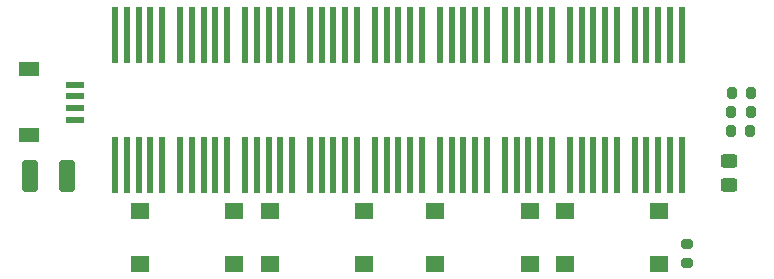
<source format=gtp>
G04 #@! TF.GenerationSoftware,KiCad,Pcbnew,7.0.8*
G04 #@! TF.CreationDate,2023-11-03T14:19:20+02:00*
G04 #@! TF.ProjectId,TinyNumberHat,54696e79-4e75-46d6-9265-724861742e6b,rev?*
G04 #@! TF.SameCoordinates,Original*
G04 #@! TF.FileFunction,Paste,Top*
G04 #@! TF.FilePolarity,Positive*
%FSLAX46Y46*%
G04 Gerber Fmt 4.6, Leading zero omitted, Abs format (unit mm)*
G04 Created by KiCad (PCBNEW 7.0.8) date 2023-11-03 14:19:20*
%MOMM*%
%LPD*%
G01*
G04 APERTURE LIST*
G04 Aperture macros list*
%AMRoundRect*
0 Rectangle with rounded corners*
0 $1 Rounding radius*
0 $2 $3 $4 $5 $6 $7 $8 $9 X,Y pos of 4 corners*
0 Add a 4 corners polygon primitive as box body*
4,1,4,$2,$3,$4,$5,$6,$7,$8,$9,$2,$3,0*
0 Add four circle primitives for the rounded corners*
1,1,$1+$1,$2,$3*
1,1,$1+$1,$4,$5*
1,1,$1+$1,$6,$7*
1,1,$1+$1,$8,$9*
0 Add four rect primitives between the rounded corners*
20,1,$1+$1,$2,$3,$4,$5,0*
20,1,$1+$1,$4,$5,$6,$7,0*
20,1,$1+$1,$6,$7,$8,$9,0*
20,1,$1+$1,$8,$9,$2,$3,0*%
G04 Aperture macros list end*
%ADD10R,0.500000X4.750000*%
%ADD11R,1.600000X1.400000*%
%ADD12RoundRect,0.200000X0.275000X-0.200000X0.275000X0.200000X-0.275000X0.200000X-0.275000X-0.200000X0*%
%ADD13R,1.550000X0.600000*%
%ADD14R,1.800000X1.200000*%
%ADD15RoundRect,0.200000X0.200000X0.275000X-0.200000X0.275000X-0.200000X-0.275000X0.200000X-0.275000X0*%
%ADD16RoundRect,0.200000X-0.200000X-0.275000X0.200000X-0.275000X0.200000X0.275000X-0.200000X0.275000X0*%
%ADD17RoundRect,0.250000X-0.412500X-1.100000X0.412500X-1.100000X0.412500X1.100000X-0.412500X1.100000X0*%
%ADD18RoundRect,0.250000X0.450000X-0.325000X0.450000X0.325000X-0.450000X0.325000X-0.450000X-0.325000X0*%
G04 APERTURE END LIST*
D10*
X113900000Y-90300000D03*
X114900000Y-90300000D03*
X115900000Y-90300000D03*
X116900000Y-90300000D03*
X117900000Y-90300000D03*
X117900000Y-79300000D03*
X116900000Y-79300000D03*
X115900000Y-79300000D03*
X114900000Y-79300000D03*
X113900000Y-79300000D03*
D11*
X146500000Y-94200000D03*
X154500000Y-94200000D03*
X146500000Y-98700000D03*
X154500000Y-98700000D03*
X135500000Y-94200000D03*
X143500000Y-94200000D03*
X135500000Y-98700000D03*
X143500000Y-98700000D03*
D10*
X135900000Y-90300000D03*
X136900000Y-90300000D03*
X137900000Y-90300000D03*
X138900000Y-90300000D03*
X139900000Y-90300000D03*
X139900000Y-79300000D03*
X138900000Y-79300000D03*
X137900000Y-79300000D03*
X136900000Y-79300000D03*
X135900000Y-79300000D03*
X119400000Y-90300000D03*
X120400000Y-90300000D03*
X121400000Y-90300000D03*
X122400000Y-90300000D03*
X123400000Y-90300000D03*
X123400000Y-79300000D03*
X122400000Y-79300000D03*
X121400000Y-79300000D03*
X120400000Y-79300000D03*
X119400000Y-79300000D03*
D12*
X156800000Y-98625000D03*
X156800000Y-96975000D03*
D13*
X105000000Y-83500000D03*
X105000000Y-84500000D03*
X105000000Y-85500000D03*
X105000000Y-86500000D03*
D14*
X101125000Y-82200000D03*
X101125000Y-87800000D03*
D15*
X162225000Y-85800000D03*
X160575000Y-85800000D03*
X162250000Y-84200000D03*
X160600000Y-84200000D03*
D11*
X110500000Y-94200000D03*
X118500000Y-94200000D03*
X110500000Y-98700000D03*
X118500000Y-98700000D03*
X121500000Y-94200000D03*
X129500000Y-94200000D03*
X121500000Y-98700000D03*
X129500000Y-98700000D03*
D10*
X108400000Y-90300000D03*
X109400000Y-90300000D03*
X110400000Y-90300000D03*
X111400000Y-90300000D03*
X112400000Y-90300000D03*
X112400000Y-79300000D03*
X111400000Y-79300000D03*
X110400000Y-79300000D03*
X109400000Y-79300000D03*
X108400000Y-79300000D03*
D16*
X160550000Y-87400000D03*
X162200000Y-87400000D03*
D10*
X130400000Y-90300000D03*
X131400000Y-90300000D03*
X132400000Y-90300000D03*
X133400000Y-90300000D03*
X134400000Y-90300000D03*
X134400000Y-79300000D03*
X133400000Y-79300000D03*
X132400000Y-79300000D03*
X131400000Y-79300000D03*
X130400000Y-79300000D03*
X152400000Y-90300000D03*
X153400000Y-90300000D03*
X154400000Y-90300000D03*
X155400000Y-90300000D03*
X156400000Y-90300000D03*
X156400000Y-79300000D03*
X155400000Y-79300000D03*
X154400000Y-79300000D03*
X153400000Y-79300000D03*
X152400000Y-79300000D03*
D17*
X101237500Y-91200000D03*
X104362500Y-91200000D03*
D10*
X124900000Y-90300000D03*
X125900000Y-90300000D03*
X126900000Y-90300000D03*
X127900000Y-90300000D03*
X128900000Y-90300000D03*
X128900000Y-79300000D03*
X127900000Y-79300000D03*
X126900000Y-79300000D03*
X125900000Y-79300000D03*
X124900000Y-79300000D03*
D18*
X160400000Y-92025000D03*
X160400000Y-89975000D03*
D10*
X141400000Y-90300000D03*
X142400000Y-90300000D03*
X143400000Y-90300000D03*
X144400000Y-90300000D03*
X145400000Y-90300000D03*
X145400000Y-79300000D03*
X144400000Y-79300000D03*
X143400000Y-79300000D03*
X142400000Y-79300000D03*
X141400000Y-79300000D03*
X146900000Y-90300000D03*
X147900000Y-90300000D03*
X148900000Y-90300000D03*
X149900000Y-90300000D03*
X150900000Y-90300000D03*
X150900000Y-79300000D03*
X149900000Y-79300000D03*
X148900000Y-79300000D03*
X147900000Y-79300000D03*
X146900000Y-79300000D03*
M02*

</source>
